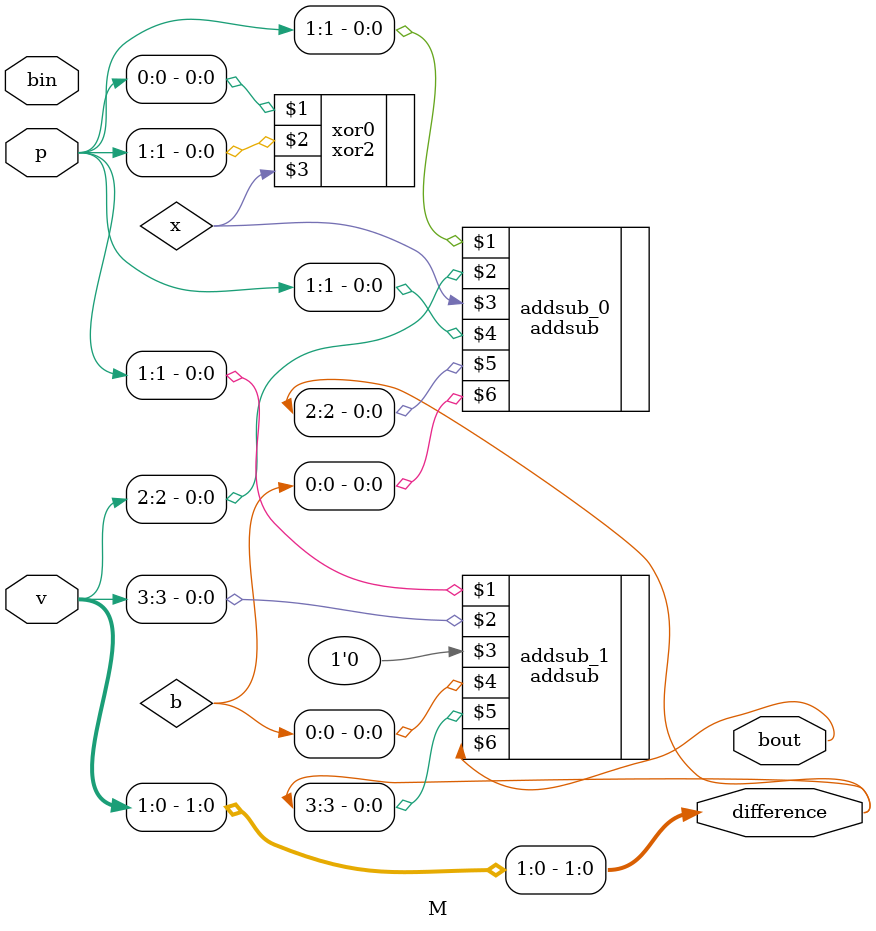
<source format=v>
module M(input wire [3:0] v, input wire [1:0] p, input wire bin, output wire [3:0] difference, output wire bout);
	wire x;
	wire [3:0] b;
	xor2 xor0(p[0], p[1], x);
	assign difference[0]=v[0];
	assign difference[1]=v[1];
	addsub addsub_0(p[1], v[2], x, p[1], difference[2], b[0]);
	addsub addsub_1(p[1], v[3], 1'b0, b[0], difference[3], bout);
	//addsub addsub_2(p[0], v[2], 1'b0, b[1], difference[2], b[2]);
	//addsub addsub_3(p[0], v[3], 1'b0, b[2], b[3], bout);
endmodule


</source>
